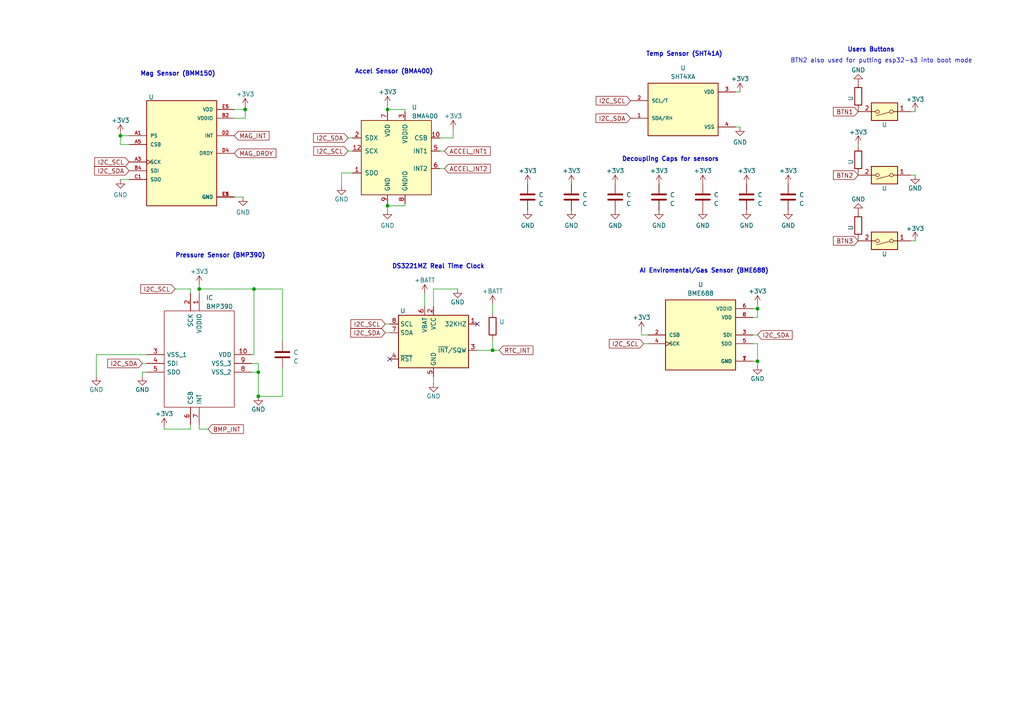
<source format=kicad_sch>
(kicad_sch (version 20220404) (generator eeschema)
  (paper "A4")
  (title_block (title "Watchy-Esp32-s3") (date "2022-12-10") (rev "V1.2") (company "MrT Stephens"))
  (lib_symbols
    (symbol "BME688:BME688" (pin_names (offset 1.016))
      (property "Reference" "U" (at -10.16 10.668 0))
      (property "Value" "BME688" (at -10.16 -12.7 0))
      (symbol "BME688_0_0"
        (rectangle (start -10.16 -10.16) (end 10.16 10.16) (stroke (width 0.254)) (fill (type background)))
        (pin power_in line (at 15.24 -7.62 180) (length 5.08) (name "GND") (number "1"))
        (pin input line (at -15.24 0 0) (length 5.08) (name "CSB") (number "2"))
        (pin bidirectional line (at 15.24 0 180) (length 5.08) (name "SDI") (number "3"))
        (pin input clock (at -15.24 -2.54 0) (length 5.08) (name "SCK") (number "4"))
        (pin bidirectional line (at 15.24 -2.54 180) (length 5.08) (name "SDO") (number "5"))
        (pin power_in line (at 15.24 7.62 180) (length 5.08) (name "VDDIO") (number "6"))
        (pin power_in line (at 15.24 -7.62 180) (length 5.08) (name "GND") (number "7"))
        (pin power_in line (at 15.24 5.08 180) (length 5.08) (name "VDD") (number "8"))
      )
    )
    (symbol "BMM150:BMM150" (pin_names (offset 1.016))
      (property "Reference" "U" (at -10.16 16.51 0))
      (property "Value" "BMM150" (at -10.16 -16.51 0))
      (symbol "BMM150_0_0"
        (rectangle (start -10.16 -15.24) (end 10.16 15.24) (stroke (width 0.254)) (fill (type background)))
        (pin input line (at -15.24 5.08 0) (length 5.08) (name "PS") (number "A1"))
        (pin input clock (at -15.24 -2.54 0) (length 5.08) (name "SCK") (number "A3"))
        (pin input line (at -15.24 2.54 0) (length 5.08) (name "CSB") (number "A5"))
        (pin power_in line (at 15.24 10.16 180) (length 5.08) (name "VDDIO") (number "B2"))
        (pin bidirectional line (at -15.24 -5.08 0) (length 5.08) (name "SDI") (number "B4"))
        (pin output line (at -15.24 -7.62 0) (length 5.08) (name "SDO") (number "C1"))
        (pin power_in line (at 15.24 -12.7 180) (length 5.08) (name "GND") (number "C5"))
        (pin output line (at 15.24 5.08 180) (length 5.08) (name "INT") (number "D2"))
        (pin output line (at 15.24 0 180) (length 5.08) (name "DRDY") (number "D4"))
        (pin power_in line (at 15.24 -12.7 180) (length 5.08) (name "GND") (number "E1"))
        (pin power_in line (at 15.24 -12.7 180) (length 5.08) (name "GND") (number "E3"))
        (pin power_in line (at 15.24 12.7 180) (length 5.08) (name "VDD") (number "E5"))
      )
    )
    (symbol "BMP390:BMP390" (pin_names (offset 0.762))
      (property "Reference" "IC" (at 26.67 17.78 0))
      (property "Value" "BMP390" (at 26.67 15.24 0))
      (symbol "BMP390_0_0"
        (pin passive line (at 15.24 17.78 270) (length 5.08) (name "VDDIO") (number "1"))
        (pin passive line (at 30.48 0 180) (length 5.08) (name "VDD") (number "10"))
        (pin passive line (at 12.7 17.78 270) (length 5.08) (name "SCK") (number "2"))
        (pin passive line (at 0 0 0) (length 5.08) (name "VSS_1") (number "3"))
        (pin passive line (at 0 -2.54 0) (length 5.08) (name "SDI") (number "4"))
        (pin passive line (at 0 -5.08 0) (length 5.08) (name "SDO") (number "5"))
        (pin passive line (at 12.7 -20.32 90) (length 5.08) (name "CSB") (number "6"))
        (pin passive line (at 15.24 -20.32 90) (length 5.08) (name "INT") (number "7"))
        (pin passive line (at 30.48 -5.08 180) (length 5.08) (name "VSS_2") (number "8"))
        (pin passive line (at 30.48 -2.54 180) (length 5.08) (name "VSS_3") (number "9"))
      )
      (symbol "BMP390_0_1"
        (polyline (pts (xy 5.08 12.7) (xy 25.4 12.7) (xy 25.4 -15.24) (xy 5.08 -15.24) (xy 5.08 12.7)) (stroke (width 0.1524)))
      )
    )
    (symbol "Device:C" (pin_numbers hide) (pin_names (offset 0.254))
      (property "Reference" "C" (at 0.635 2.54 0))
      (property "Value" "C" (at 0.635 -2.54 0))
      (symbol "C_0_1"
        (polyline (pts (xy -2.032 -0.762) (xy 2.032 -0.762)) (stroke (width 0.508)))
        (polyline (pts (xy -2.032 0.762) (xy 2.032 0.762)) (stroke (width 0.508)))
      )
      (symbol "C_1_1"
        (pin passive line (at 0 3.81 270) (length 2.794) (name "~") (number "1"))
        (pin passive line (at 0 -3.81 90) (length 2.794) (name "~") (number "2"))
      )
    )
    (symbol "Device:R" (pin_numbers hide) (pin_names (offset 0))
      (property "Reference" "R" (at 2.032 0 90))
      (property "Value" "R" (at 0 0 90))
      (symbol "R_0_1"
        (rectangle (start -1.016 -2.54) (end 1.016 2.54) (stroke (width 0.254)))
      )
      (symbol "R_1_1"
        (pin passive line (at 0 3.81 270) (length 1.27) (name "~") (number "1"))
        (pin passive line (at 0 -3.81 90) (length 1.27) (name "~") (number "2"))
      )
    )
    (symbol "SHT4XA:SHT4XA" (pin_names (offset 1.016))
      (property "Reference" "U" (at -10.16 8.89 0))
      (property "Value" "SHT4XA" (at -10.16 -10.16 0))
      (symbol "SHT4XA_0_0"
        (rectangle (start -10.16 -7.62) (end 10.16 7.62) (stroke (width 0.254)) (fill (type background)))
        (pin bidirectional line (at -15.24 -2.54 0) (length 5.08) (name "SDA/RH") (number "1"))
        (pin bidirectional line (at -15.24 2.54 0) (length 5.08) (name "SCL/T") (number "2"))
        (pin power_in line (at 15.24 5.08 180) (length 5.08) (name "VDD") (number "3"))
        (pin power_in line (at 15.24 -5.08 180) (length 5.08) (name "VSS") (number "4"))
      )
    )
    (symbol "Switch:SW_DIP_x01" (pin_names (offset 0) hide)
      (property "Reference" "SW" (at 0 3.81 0))
      (property "Value" "SW_DIP_x01" (at 0 -3.81 0))
      (symbol "SW_DIP_x01_0_0"
        (circle (center -2.032 0) (radius 0.508))
        (polyline (pts (xy -1.524 0.127) (xy 2.3622 1.1684)))
        (circle (center 2.032 0) (radius 0.508))
      )
      (symbol "SW_DIP_x01_0_1"
        (rectangle (start -3.81 2.54) (end 3.81 -2.54) (stroke (width 0.254)) (fill (type background)))
      )
      (symbol "SW_DIP_x01_1_1"
        (pin passive line (at -7.62 0 0) (length 5.08) (name "~") (number "1"))
        (pin passive line (at 7.62 0 180) (length 5.08) (name "~") (number "2"))
      )
    )
    (symbol "Timer_RTC:DS3231MZ"
      (property "Reference" "U" (at -7.62 8.89 0))
      (property "Value" "DS3231MZ" (at 11.43 8.89 0))
      (symbol "DS3231MZ_0_1"
        (rectangle (start -10.16 7.62) (end 10.16 -7.62) (stroke (width 0.254)) (fill (type background)))
      )
      (symbol "DS3231MZ_1_1"
        (pin open_collector line (at 12.7 5.08 180) (length 2.54) (name "32KHZ") (number "1"))
        (pin power_in line (at 0 10.16 270) (length 2.54) (name "VCC") (number "2"))
        (pin open_collector line (at 12.7 -2.54 180) (length 2.54) (name "~{INT}/SQW") (number "3"))
        (pin bidirectional line (at -12.7 -5.08 0) (length 2.54) (name "~{RST}") (number "4"))
        (pin power_in line (at 0 -10.16 90) (length 2.54) (name "GND") (number "5"))
        (pin power_in line (at -2.54 10.16 270) (length 2.54) (name "VBAT") (number "6"))
        (pin bidirectional line (at -12.7 2.54 0) (length 2.54) (name "SDA") (number "7"))
        (pin input line (at -12.7 5.08 0) (length 2.54) (name "SCL") (number "8"))
      )
    )
    (symbol "osw:BMA400" (pin_names (offset 1.016))
      (property "Reference" "U" (at -8.89 12.7 0))
      (property "Value" "BMA400" (at 7.62 12.7 0))
      (symbol "BMA400_0_0"
        (pin bidirectional line (at -12.7 -3.81 0) (length 2.54) (name "SDO") (number "1"))
        (pin input line (at 12.7 6.35 180) (length 2.54) (name "CSB") (number "10"))
        (pin no_connect line (at 10.16 -6.35 180) (length 2.54) hide (name "NC") (number "11"))
        (pin input line (at -12.7 2.54 0) (length 2.54) (name "SCX") (number "12"))
        (pin bidirectional line (at -12.7 6.35 0) (length 2.54) (name "SDX") (number "2"))
        (pin power_in line (at 2.54 13.97 270) (length 2.54) (name "VDDIO") (number "3"))
        (pin no_connect line (at 10.16 -8.89 180) (length 2.54) hide (name "NC") (number "4"))
        (pin output line (at 12.7 2.54 180) (length 2.54) (name "INT1") (number "5"))
        (pin output line (at 12.7 -2.54 180) (length 2.54) (name "INT2") (number "6"))
        (pin power_in line (at -2.54 13.97 270) (length 2.54) (name "VDD") (number "7"))
        (pin power_in line (at 2.54 -12.7 90) (length 2.54) (name "GNDIO") (number "8"))
        (pin power_in line (at -2.54 -12.7 90) (length 2.54) (name "GND") (number "9"))
      )
      (symbol "BMA400_0_1"
        (rectangle (start -10.16 11.43) (end 10.16 -10.16) (stroke (width 0.2032)) (fill (type background)))
      )
    )
    (symbol "power:+3V3" (power) (pin_names (offset 0))
      (property "Value" "+3V3" (at 0 3.556 0))
      (symbol "+3V3_0_1"
        (polyline (pts (xy -0.762 1.27) (xy 0 2.54)))
        (polyline (pts (xy 0 0) (xy 0 2.54)))
        (polyline (pts (xy 0 2.54) (xy 0.762 1.27)))
      )
      (symbol "+3V3_1_1"
        (pin power_in line (at 0 0 90) (length 0) hide (name "+3V3") (number "1"))
      )
    )
    (symbol "power:+BATT" (power) (pin_names (offset 0))
      (property "Value" "+BATT" (at 0 3.556 0))
      (symbol "+BATT_0_1"
        (polyline (pts (xy -0.762 1.27) (xy 0 2.54)))
        (polyline (pts (xy 0 0) (xy 0 2.54)))
        (polyline (pts (xy 0 2.54) (xy 0.762 1.27)))
      )
      (symbol "+BATT_1_1"
        (pin power_in line (at 0 0 90) (length 0) hide (name "+BATT") (number "1"))
      )
    )
    (symbol "power:GND" (power) (pin_names (offset 0))
      (property "Value" "GND" (at 0 -3.81 0))
      (symbol "GND_0_1"
        (polyline (pts (xy 0 0) (xy 0 -1.27) (xy 1.27 -1.27) (xy 0 -2.54) (xy -1.27 -1.27) (xy 0 -1.27)))
      )
      (symbol "GND_1_1"
        (pin power_in line (at 0 0 270) (length 0) hide (name "GND") (number "1"))
      )
    )
  )
  (junction (at 34.925 39.37))
  (junction (at 74.93 114.935))
  (junction (at 112.395 31.75))
  (junction (at 219.71 89.535))
  (junction (at 57.785 83.82))
  (junction (at 71.12 31.75))
  (junction (at 219.71 104.775))
  (junction (at 74.93 107.95))
  (junction (at 142.875 101.6))
  (junction (at 112.395 59.69))
  (junction (at 73.66 83.82))
  (no_connect (at 113.03 104.14))
  (no_connect (at 138.43 93.98))
  (wire (pts (xy 214.63 36.83) (xy 213.36 36.83)))
  (wire (pts (xy 57.785 83.82) (xy 57.785 85.09)))
  (wire (pts (xy 55.245 83.82) (xy 50.8 83.82)))
  (wire (pts (xy 111.76 93.98) (xy 113.03 93.98)))
  (wire (pts (xy 27.94 109.22) (xy 27.94 102.87)))
  (wire (pts (xy 47.625 124.46) (xy 55.245 124.46)))
  (wire (pts (xy 218.44 99.695) (xy 219.71 99.695)))
  (wire (pts (xy 34.925 52.07) (xy 37.465 52.07)))
  (wire (pts (xy 73.025 102.87) (xy 73.66 102.87)))
  (wire (pts (xy 142.875 101.6) (xy 144.78 101.6)))
  (wire (pts (xy 34.925 38.735) (xy 34.925 39.37)))
  (wire (pts (xy 57.785 123.19) (xy 57.785 124.46)))
  (wire (pts (xy 112.395 31.75) (xy 112.395 32.385)))
  (wire (pts (xy 265.43 69.85) (xy 264.16 69.85)))
  (wire (pts (xy 131.445 37.465) (xy 131.445 40.005)))
  (wire (pts (xy 112.395 30.48) (xy 112.395 31.75)))
  (wire (pts (xy 265.43 50.8) (xy 264.16 50.8)))
  (wire (pts (xy 74.93 114.935) (xy 74.93 107.95)))
  (wire (pts (xy 131.445 40.005) (xy 127.635 40.005)))
  (wire (pts (xy 100.965 40.005) (xy 102.235 40.005)))
  (wire (pts (xy 81.915 99.06) (xy 81.915 83.82)))
  (wire (pts (xy 99.06 53.975) (xy 99.06 50.165)))
  (wire (pts (xy 34.925 41.91) (xy 34.925 39.37)))
  (wire (pts (xy 41.275 105.41) (xy 42.545 105.41)))
  (wire (pts (xy 219.71 97.155) (xy 218.44 97.155)))
  (wire (pts (xy 81.915 83.82) (xy 73.66 83.82)))
  (wire (pts (xy 214.63 26.67) (xy 213.36 26.67)))
  (wire (pts (xy 248.92 41.91) (xy 248.92 42.545)))
  (wire (pts (xy 219.71 99.695) (xy 219.71 104.775)))
  (wire (pts (xy 34.925 39.37) (xy 37.465 39.37)))
  (wire (pts (xy 219.71 92.075) (xy 219.71 89.535)))
  (wire (pts (xy 74.93 105.41) (xy 74.93 107.95)))
  (wire (pts (xy 218.44 92.075) (xy 219.71 92.075)))
  (wire (pts (xy 112.395 59.055) (xy 112.395 59.69)))
  (wire (pts (xy 219.71 89.535) (xy 218.44 89.535)))
  (wire (pts (xy 219.71 106.045) (xy 219.71 104.775)))
  (wire (pts (xy 117.475 32.385) (xy 117.475 31.75)))
  (wire (pts (xy 125.73 83.82) (xy 125.73 88.9)))
  (wire (pts (xy 248.92 50.165) (xy 248.92 50.8)))
  (wire (pts (xy 73.66 83.82) (xy 73.66 102.87)))
  (wire (pts (xy 128.905 48.895) (xy 127.635 48.895)))
  (wire (pts (xy 57.785 124.46) (xy 60.325 124.46)))
  (wire (pts (xy 47.625 123.825) (xy 47.625 124.46)))
  (wire (pts (xy 55.245 123.19) (xy 55.245 124.46)))
  (wire (pts (xy 112.395 59.69) (xy 112.395 60.96)))
  (wire (pts (xy 219.71 88.265) (xy 219.71 89.535)))
  (wire (pts (xy 128.905 43.815) (xy 127.635 43.815)))
  (wire (pts (xy 248.92 31.75) (xy 248.92 32.385)))
  (wire (pts (xy 265.43 32.385) (xy 264.16 32.385)))
  (wire (pts (xy 123.19 85.09) (xy 123.19 88.9)))
  (wire (pts (xy 57.785 83.82) (xy 73.66 83.82)))
  (wire (pts (xy 67.945 34.29) (xy 71.12 34.29)))
  (wire (pts (xy 142.875 88.265) (xy 142.875 90.805)))
  (wire (pts (xy 41.275 107.95) (xy 42.545 107.95)))
  (wire (pts (xy 71.12 31.115) (xy 71.12 31.75)))
  (wire (pts (xy 142.875 98.425) (xy 142.875 101.6)))
  (wire (pts (xy 81.915 106.68) (xy 81.915 114.935)))
  (wire (pts (xy 117.475 31.75) (xy 112.395 31.75)))
  (wire (pts (xy 74.93 107.95) (xy 73.025 107.95)))
  (wire (pts (xy 55.245 85.09) (xy 55.245 83.82)))
  (wire (pts (xy 117.475 59.055) (xy 117.475 59.69)))
  (wire (pts (xy 187.96 97.155) (xy 186.055 97.155)))
  (wire (pts (xy 71.12 34.29) (xy 71.12 31.75)))
  (wire (pts (xy 219.71 104.775) (xy 218.44 104.775)))
  (wire (pts (xy 186.69 99.695) (xy 187.96 99.695)))
  (wire (pts (xy 125.73 111.125) (xy 125.73 109.22)))
  (wire (pts (xy 34.925 41.91) (xy 37.465 41.91)))
  (wire (pts (xy 73.025 105.41) (xy 74.93 105.41)))
  (wire (pts (xy 27.94 102.87) (xy 42.545 102.87)))
  (wire (pts (xy 41.275 109.22) (xy 41.275 107.95)))
  (wire (pts (xy 67.945 57.15) (xy 70.485 57.15)))
  (wire (pts (xy 81.915 114.935) (xy 74.93 114.935)))
  (wire (pts (xy 111.76 96.52) (xy 113.03 96.52)))
  (wire (pts (xy 248.92 69.215) (xy 248.92 69.85)))
  (wire (pts (xy 112.395 59.69) (xy 117.475 59.69)))
  (wire (pts (xy 138.43 101.6) (xy 142.875 101.6)))
  (wire (pts (xy 186.055 97.155) (xy 186.055 95.885)))
  (wire (pts (xy 67.945 31.75) (xy 71.12 31.75)))
  (wire (pts (xy 132.715 83.82) (xy 125.73 83.82)))
  (wire (pts (xy 100.965 43.815) (xy 102.235 43.815)))
  (wire (pts (xy 99.06 50.165) (xy 102.235 50.165)))
  (wire (pts (xy 57.785 82.55) (xy 57.785 83.82)))
  (text "Pressure Sensor (BMP390)" (at 50.8 74.93 0) (effects (font (size 1.27 1.27) bold) (justify left bottom)))
  (text "AI Enviromental/Gas Sensor (BME688)" (at 185.42 79.375 0) (effects (font (size 1.27 1.27) bold) (justify left bottom)))
  (text "Accel Sensor (BMA400)" (at 102.87 21.59 0) (effects (font (size 1.27 1.27) bold) (justify left bottom)))
  (text "Users Buttons" (at 245.745 15.24 0) (effects (font (size 1.27 1.27) bold) (justify left bottom)))
  (text "DS3221MZ Real Time Clock" (at 113.665 78.105 0) (effects (font (size 1.27 1.27) bold) (justify left bottom)))
  (text "Mag Sensor (BMM150)" (at 40.64 22.225 0) (effects (font (size 1.27 1.27) (thickness 0.254) bold) (justify left bottom)))
  (text "Temp Sensor (SHT41A)" (at 187.325 16.51 0) (effects (font (size 1.27 1.27) bold) (justify left bottom)))
  (text "Decoupling Caps for sensors" (at 180.34 46.99 0) (effects (font (size 1.27 1.27) bold) (justify left bottom)))
  (text "BTN2 also used for putting esp32-s3 into boot mode" (at 229.235 18.415 0) (effects (font (size 1.27 1.27)) (justify left bottom)))
  (global_label "I2C_SCL" (shape input) (at 37.465 46.99 180) (property "Intersheetrefs" "${INTERSHEET_REFS}" (effects hide)))
  (global_label "BMP_INT" (shape input) (at 60.325 124.46 0) (property "Intersheetrefs" "${INTERSHEET_REFS}" (effects hide)))
  (global_label "I2C_SCL" (shape input) (at 111.76 93.98 180) (property "Intersheetrefs" "${INTERSHEET_REFS}" (effects hide)))
  (global_label "I2C_SDA" (shape input) (at 37.465 49.53 180) (property "Intersheetrefs" "${INTERSHEET_REFS}" (effects hide)))
  (global_label "I2C_SDA" (shape input) (at 111.76 96.52 180) (property "Intersheetrefs" "${INTERSHEET_REFS}" (effects hide)))
  (global_label "RTC_INT" (shape input) (at 144.78 101.6 0) (property "Intersheetrefs" "${INTERSHEET_REFS}" (effects hide)))
  (global_label "BTN3" (shape input) (at 248.92 69.85 180) (property "Intersheetrefs" "${INTERSHEET_REFS}" (effects hide)))
  (global_label "I2C_SCL" (shape input) (at 182.88 29.21 180) (property "Intersheetrefs" "${INTERSHEET_REFS}" (effects hide)))
  (global_label "I2C_SDA" (shape input) (at 182.88 34.29 180) (property "Intersheetrefs" "${INTERSHEET_REFS}" (effects hide)))
  (global_label "MAG_DRDY" (shape input) (at 67.945 44.45 0) (property "Intersheetrefs" "${INTERSHEET_REFS}" (effects hide)))
  (global_label "BTN1" (shape input) (at 248.92 32.385 180) (property "Intersheetrefs" "${INTERSHEET_REFS}" (effects hide)))
  (global_label "BTN2" (shape input) (at 248.92 50.8 180) (property "Intersheetrefs" "${INTERSHEET_REFS}" (effects hide)))
  (global_label "I2C_SCL" (shape input) (at 50.8 83.82 180) (property "Intersheetrefs" "${INTERSHEET_REFS}" (effects hide)))
  (global_label "MAG_INT" (shape input) (at 67.945 39.37 0) (property "Intersheetrefs" "${INTERSHEET_REFS}" (effects hide)))
  (global_label "I2C_SCL" (shape input) (at 186.69 99.695 180) (property "Intersheetrefs" "${INTERSHEET_REFS}" (effects hide)))
  (global_label "ACCEL_INT2" (shape input) (at 128.905 48.895 0) (property "Intersheetrefs" "${INTERSHEET_REFS}" (effects hide)))
  (global_label "I2C_SCL" (shape input) (at 100.965 43.815 180) (property "Intersheetrefs" "${INTERSHEET_REFS}" (effects hide)))
  (global_label "ACCEL_INT1" (shape input) (at 128.905 43.815 0) (property "Intersheetrefs" "${INTERSHEET_REFS}" (effects hide)))
  (global_label "I2C_SDA" (shape input) (at 219.71 97.155 0) (property "Intersheetrefs" "${INTERSHEET_REFS}" (effects hide)))
  (global_label "I2C_SDA" (shape input) (at 41.275 105.41 180) (property "Intersheetrefs" "${INTERSHEET_REFS}" (effects hide)))
  (global_label "I2C_SDA" (shape input) (at 100.965 40.005 180) (property "Intersheetrefs" "${INTERSHEET_REFS}" (effects hide)))
  (symbol (lib_id "power:+3V3") (at 228.6 53.34 0) (unit 1)
    (default_instance (reference "#PWR") (unit 1) (value "+3V3") (footprint ""))
    (property "Reference" "#PWR" (effects hide))
    (property "Value" "+3V3" (at 228.6 49.53 0))
  )
  (symbol (lib_id "power:GND") (at 112.395 60.96 0) (unit 1)
    (default_instance (reference "#PWR") (unit 1) (value "GND") (footprint ""))
    (property "Reference" "#PWR" (effects hide))
    (property "Value" "GND" (at 112.395 65.405 0))
  )
  (symbol (lib_id "power:+3V3") (at 47.625 123.825 0) (unit 1)
    (default_instance (reference "#PWR") (unit 1) (value "+3V3") (footprint ""))
    (property "Reference" "#PWR" (effects hide))
    (property "Value" "+3V3" (at 47.625 120.015 0))
  )
  (symbol (lib_id "Device:C") (at 216.535 57.15 0) (unit 1)
    (default_instance (reference "C") (unit 1) (value "C") (footprint ""))
    (property "Reference" "C" (at 219.71 56.515 0) (effects (justify left)))
    (property "Value" "C" (at 219.71 59.055 0) (effects (justify left)))
  )
  (symbol (lib_id "power:+3V3") (at 131.445 37.465 0) (unit 1)
    (default_instance (reference "#PWR") (unit 1) (value "+3V3") (footprint ""))
    (property "Reference" "#PWR" (effects hide))
    (property "Value" "+3V3" (at 131.445 33.655 0))
  )
  (symbol (lib_id "BMM150:BMM150") (at 52.705 44.45 0) (unit 1)
    (default_instance (reference "U") (unit 1) (value "") (footprint ""))
    (property "Reference" "U" (at 43.815 28.194 0))
    (property "MP" "BMM150" (effects hide))
    (property "AVAILABILITY" "Unavailable" (effects hide))
    (property "PRICE" "None" (effects hide))
    (property "DESCRIPTION" "BMM150 Series 3.6 V Surface Mount Three-Axis Geomagnetic Sensor - WLCSP-12" (effects hide))
    (property "MF" "Bosch Sensortec" (effects hide))
    (property "PACKAGE" "WLCSP-12 Bosch" (effects hide))
  )
  (symbol (lib_id "Switch:SW_DIP_x01") (at 256.54 32.385 180) (unit 1)
    (default_instance (reference "U") (unit 1) (value "") (footprint ""))
    (property "Reference" "U" (at 256.54 36.195 0))
  )
  (symbol (lib_id "power:GND") (at 216.535 60.96 0) (unit 1)
    (default_instance (reference "#PWR") (unit 1) (value "GND") (footprint ""))
    (property "Reference" "#PWR" (effects hide))
    (property "Value" "GND" (at 216.535 65.405 0))
  )
  (symbol (lib_id "power:GND") (at 265.43 50.8 0) (unit 1)
    (default_instance (reference "U") (unit 1) (value "") (footprint ""))
    (property "Reference" "U" (effects hide))
  )
  (symbol (lib_id "power:GND") (at 153.035 60.96 0) (unit 1)
    (default_instance (reference "#PWR") (unit 1) (value "GND") (footprint ""))
    (property "Reference" "#PWR" (effects hide))
    (property "Value" "GND" (at 153.035 65.405 0))
  )
  (symbol (lib_id "SHT4XA:SHT4XA") (at 198.12 31.75 0) (unit 1)
    (default_instance (reference "U") (unit 1) (value "SHT4XA") (footprint "SHT4XA"))
    (property "Reference" "U" (at 198.12 19.685 0))
    (property "Value" "SHT4XA" (at 198.12 22.225 0))
    (property "Footprint" "SHT4XA" (effects hide))
  )
  (symbol (lib_id "Device:R") (at 248.92 65.405 0) (unit 1)
    (default_instance (reference "U") (unit 1) (value "") (footprint ""))
    (property "Reference" "U" (at 246.761 66.802 90) (effects (justify left)))
  )
  (symbol (lib_id "power:+3V3") (at 186.055 95.885 0) (unit 1)
    (default_instance (reference "#PWR") (unit 1) (value "+3V3") (footprint ""))
    (property "Reference" "#PWR" (effects hide))
    (property "Value" "+3V3" (at 186.055 92.075 0))
  )
  (symbol (lib_id "power:GND") (at 125.73 111.125 0) (unit 1)
    (default_instance (reference "U") (unit 1) (value "") (footprint ""))
    (property "Reference" "U" (effects hide))
  )
  (symbol (lib_id "power:GND") (at 41.275 109.22 0) (unit 1)
    (default_instance (reference "#PWR") (unit 1) (value "GND") (footprint ""))
    (property "Reference" "#PWR" (effects hide))
    (property "Value" "GND" (at 41.275 113.03 0))
  )
  (symbol (lib_id "power:+3V3") (at 34.925 38.735 0) (unit 1)
    (default_instance (reference "#PWR") (unit 1) (value "+3V3") (footprint ""))
    (property "Reference" "#PWR" (effects hide))
    (property "Value" "+3V3" (at 34.925 34.925 0))
  )
  (symbol (lib_id "Device:C") (at 203.835 57.15 0) (unit 1)
    (default_instance (reference "C") (unit 1) (value "C") (footprint ""))
    (property "Reference" "C" (at 207.01 56.515 0) (effects (justify left)))
    (property "Value" "C" (at 207.01 59.055 0) (effects (justify left)))
  )
  (symbol (lib_id "BME688:BME688") (at 203.2 97.155 0) (unit 1)
    (default_instance (reference "U") (unit 1) (value "BME688") (footprint "IC_BME688"))
    (property "Reference" "U" (at 203.2 82.55 0))
    (property "Value" "BME688" (at 203.2 85.09 0))
    (property "Footprint" "IC_BME688" (effects hide))
    (property "PARTREV" "1.0" (effects hide))
    (property "MANUFACTURER" "BOSCH" (effects hide))
    (property "MAXIMUM_PACKAGE_HEIGHT" "1.0 mm" (effects hide))
    (property "STANDARD" "Manufacturer recommendations" (effects hide))
  )
  (symbol (lib_id "power:+3V3") (at 265.43 69.85 0) (unit 1)
    (default_instance (reference "U") (unit 1) (value "") (footprint ""))
    (property "Reference" "U" (effects hide))
  )
  (symbol (lib_id "power:GND") (at 228.6 60.96 0) (unit 1)
    (default_instance (reference "#PWR") (unit 1) (value "GND") (footprint ""))
    (property "Reference" "#PWR" (effects hide))
    (property "Value" "GND" (at 228.6 65.405 0))
  )
  (symbol (lib_id "power:+3V3") (at 57.785 82.55 0) (unit 1)
    (default_instance (reference "#PWR") (unit 1) (value "+3V3") (footprint ""))
    (property "Reference" "#PWR" (effects hide))
    (property "Value" "+3V3" (at 57.785 78.74 0))
  )
  (symbol (lib_id "power:+3V3") (at 165.735 53.34 0) (unit 1)
    (default_instance (reference "#PWR") (unit 1) (value "+3V3") (footprint ""))
    (property "Reference" "#PWR" (effects hide))
    (property "Value" "+3V3" (at 165.735 49.53 0))
  )
  (symbol (lib_id "power:GND") (at 132.715 83.82 0) (unit 1)
    (default_instance (reference "U") (unit 1) (value "") (footprint ""))
    (property "Reference" "U" (effects hide))
  )
  (symbol (lib_id "Device:C") (at 81.915 102.87 0) (unit 1)
    (default_instance (reference "C") (unit 1) (value "C") (footprint ""))
    (property "Reference" "C" (at 85.09 102.235 0) (effects (justify left)))
    (property "Value" "C" (at 85.09 104.775 0) (effects (justify left)))
  )
  (symbol (lib_id "Device:C") (at 178.435 57.15 0) (unit 1)
    (default_instance (reference "C") (unit 1) (value "C") (footprint ""))
    (property "Reference" "C" (at 181.61 56.515 0) (effects (justify left)))
    (property "Value" "C" (at 181.61 59.055 0) (effects (justify left)))
  )
  (symbol (lib_id "power:+3V3") (at 153.035 53.34 0) (unit 1)
    (default_instance (reference "#PWR") (unit 1) (value "+3V3") (footprint ""))
    (property "Reference" "#PWR" (effects hide))
    (property "Value" "+3V3" (at 153.035 49.53 0))
  )
  (symbol (lib_id "power:+3V3") (at 178.435 53.34 0) (unit 1)
    (default_instance (reference "#PWR") (unit 1) (value "+3V3") (footprint ""))
    (property "Reference" "#PWR" (effects hide))
    (property "Value" "+3V3" (at 178.435 49.53 0))
  )
  (symbol (lib_id "power:GND") (at 34.925 52.07 0) (unit 1)
    (default_instance (reference "#PWR") (unit 1) (value "GND") (footprint ""))
    (property "Reference" "#PWR" (effects hide))
    (property "Value" "GND" (at 34.925 56.515 0))
  )
  (symbol (lib_id "Switch:SW_DIP_x01") (at 256.54 69.85 180) (unit 1)
    (default_instance (reference "U") (unit 1) (value "") (footprint ""))
    (property "Reference" "U" (at 256.54 73.66 0))
  )
  (symbol (lib_id "power:+3V3") (at 214.63 26.67 0) (unit 1)
    (default_instance (reference "#PWR") (unit 1) (value "+3V3") (footprint ""))
    (property "Reference" "#PWR" (effects hide))
    (property "Value" "+3V3" (at 214.63 22.86 0))
  )
  (symbol (lib_id "power:+3V3") (at 219.71 88.265 0) (unit 1)
    (default_instance (reference "#PWR") (unit 1) (value "+3V3") (footprint ""))
    (property "Reference" "#PWR" (effects hide))
    (property "Value" "+3V3" (at 219.71 84.455 0))
  )
  (symbol (lib_id "power:+3V3") (at 265.43 32.385 0) (unit 1)
    (default_instance (reference "U") (unit 1) (value "") (footprint ""))
    (property "Reference" "U" (effects hide))
  )
  (symbol (lib_id "power:GND") (at 70.485 57.15 0) (unit 1)
    (default_instance (reference "#PWR") (unit 1) (value "GND") (footprint ""))
    (property "Reference" "#PWR" (effects hide))
    (property "Value" "GND" (at 70.485 61.595 0))
  )
  (symbol (lib_id "power:+BATT") (at 142.875 88.265 0) (unit 1)
    (default_instance (reference "#PWR") (unit 1) (value "+BATT") (footprint ""))
    (property "Reference" "#PWR" (effects hide))
    (property "Value" "+BATT" (at 142.875 84.455 0))
  )
  (symbol (lib_id "Device:R") (at 248.92 46.355 0) (unit 1)
    (default_instance (reference "U") (unit 1) (value "") (footprint ""))
    (property "Reference" "U" (at 246.761 47.752 90) (effects (justify left)))
  )
  (symbol (lib_id "power:+BATT") (at 123.19 85.09 0) (unit 1)
    (default_instance (reference "#PWR") (unit 1) (value "+BATT") (footprint ""))
    (property "Reference" "#PWR" (effects hide))
    (property "Value" "+BATT" (at 123.19 81.28 0))
  )
  (symbol (lib_id "power:GND") (at 203.835 60.96 0) (unit 1)
    (default_instance (reference "#PWR") (unit 1) (value "GND") (footprint ""))
    (property "Reference" "#PWR" (effects hide))
    (property "Value" "GND" (at 203.835 65.405 0))
  )
  (symbol (lib_id "BMP390:BMP390") (at 42.545 102.87 0) (unit 1)
    (default_instance (reference "IC") (unit 1) (value "BMP390") (footprint "BMP390"))
    (property "Reference" "IC" (at 59.7409 86.36 0) (effects (justify left)))
    (property "Value" "BMP390" (at 59.7409 88.9 0) (effects (justify left)))
    (property "Footprint" "BMP390" (effects hide))
    (property "Datasheet" "https://www.bosch-sensortec.com/media/boschsensortec/downloads/datasheets/bst-bmp390-ds002.pdf" (effects hide))
    (property "Description" "Board Mount Pressure Sensors" (effects hide))
    (property "Height" "0.8" (effects hide))
    (property "Manufacturer_Name" "Bosch Sensortec" (effects hide))
    (property "Manufacturer_Part_Number" "BMP390" (effects hide))
    (property "Mouser Part Number" "262-BMP390" (effects hide))
    (property "Mouser Price/Stock" "https://www.mouser.co.uk/ProductDetail/Bosch-Sensortec/BMP390?qs=QNEnbhJQKvYQVfvRMgo2YA%3D%3D" (effects hide))
    (property "Arrow Part Number" "BMP390" (effects hide))
    (property "Arrow Price/Stock" "https://www.arrow.com/en/products/bmp390/bosch?region=nac" (effects hide))
  )
  (symbol (lib_id "Device:R") (at 248.92 27.94 0) (unit 1)
    (default_instance (reference "U") (unit 1) (value "") (footprint ""))
    (property "Reference" "U" (at 246.761 29.337 90) (effects (justify left)))
  )
  (symbol (lib_id "power:GND") (at 248.92 24.13 180) (unit 1)
    (default_instance (reference "U") (unit 1) (value "") (footprint ""))
    (property "Reference" "U" (effects hide))
  )
  (symbol (lib_id "power:GND") (at 99.06 53.975 0) (unit 1)
    (default_instance (reference "#PWR") (unit 1) (value "GND") (footprint ""))
    (property "Reference" "#PWR" (effects hide))
    (property "Value" "GND" (at 99.06 57.785 0))
  )
  (symbol (lib_id "power:+3V3") (at 203.835 53.34 0) (unit 1)
    (default_instance (reference "#PWR") (unit 1) (value "+3V3") (footprint ""))
    (property "Reference" "#PWR" (effects hide))
    (property "Value" "+3V3" (at 203.835 49.53 0))
  )
  (symbol (lib_id "power:+3V3") (at 71.12 31.115 0) (unit 1)
    (default_instance (reference "#PWR") (unit 1) (value "+3V3") (footprint ""))
    (property "Reference" "#PWR" (effects hide))
    (property "Value" "+3V3" (at 71.12 27.305 0))
  )
  (symbol (lib_id "power:GND") (at 219.71 106.045 0) (unit 1)
    (default_instance (reference "U") (unit 1) (value "") (footprint ""))
    (property "Reference" "U" (effects hide))
  )
  (symbol (lib_id "power:GND") (at 27.94 109.22 0) (unit 1)
    (default_instance (reference "#PWR") (unit 1) (value "GND") (footprint ""))
    (property "Reference" "#PWR" (effects hide))
    (property "Value" "GND" (at 27.94 113.03 0))
  )
  (symbol (lib_id "power:+3V3") (at 248.92 41.91 0) (unit 1)
    (default_instance (reference "U") (unit 1) (value "") (footprint ""))
    (property "Reference" "U" (effects hide))
  )
  (symbol (lib_id "power:+3V3") (at 216.535 53.34 0) (unit 1)
    (default_instance (reference "#PWR") (unit 1) (value "+3V3") (footprint ""))
    (property "Reference" "#PWR" (effects hide))
    (property "Value" "+3V3" (at 216.535 49.53 0))
  )
  (symbol (lib_id "Timer_RTC:DS3231MZ") (at 125.73 99.06 0) (unit 1)
    (default_instance (reference "U") (unit 1) (value "") (footprint ""))
    (property "Reference" "U" (at 116.84 90.17 0))
    (property "Datasheet" "http://datasheets.maximintegrated.com/en/ds/DS3231M.pdf" (effects hide))
  )
  (symbol (lib_id "power:GND") (at 248.92 61.595 180) (unit 1)
    (default_instance (reference "U") (unit 1) (value "") (footprint ""))
    (property "Reference" "U" (effects hide))
  )
  (symbol (lib_id "power:+3V3") (at 191.135 53.34 0) (unit 1)
    (default_instance (reference "#PWR") (unit 1) (value "+3V3") (footprint ""))
    (property "Reference" "#PWR" (effects hide))
    (property "Value" "+3V3" (at 191.135 49.53 0))
  )
  (symbol (lib_id "Device:R") (at 142.875 94.615 0) (unit 1)
    (default_instance (reference "U") (unit 1) (value "") (footprint ""))
    (property "Reference" "U" (at 144.78 93.345 0) (effects (justify left)))
  )
  (symbol (lib_id "power:+3V3") (at 112.395 30.48 0) (unit 1)
    (default_instance (reference "#PWR") (unit 1) (value "+3V3") (footprint ""))
    (property "Reference" "#PWR" (effects hide))
    (property "Value" "+3V3" (at 112.395 26.67 0))
  )
  (symbol (lib_id "power:GND") (at 178.435 60.96 0) (unit 1)
    (default_instance (reference "#PWR") (unit 1) (value "GND") (footprint ""))
    (property "Reference" "#PWR" (effects hide))
    (property "Value" "GND" (at 178.435 65.405 0))
  )
  (symbol (lib_id "power:GND") (at 165.735 60.96 0) (unit 1)
    (default_instance (reference "#PWR") (unit 1) (value "GND") (footprint ""))
    (property "Reference" "#PWR" (effects hide))
    (property "Value" "GND" (at 165.735 65.405 0))
  )
  (symbol (lib_id "power:GND") (at 191.135 60.96 0) (unit 1)
    (default_instance (reference "#PWR") (unit 1) (value "GND") (footprint ""))
    (property "Reference" "#PWR" (effects hide))
    (property "Value" "GND" (at 191.135 65.405 0))
  )
  (symbol (lib_id "power:GND") (at 74.93 114.935 0) (unit 1)
    (default_instance (reference "#PWR") (unit 1) (value "GND") (footprint ""))
    (property "Reference" "#PWR" (effects hide))
    (property "Value" "GND" (at 74.93 118.745 0))
  )
  (symbol (lib_id "Device:C") (at 228.6 57.15 0) (unit 1)
    (default_instance (reference "C") (unit 1) (value "C") (footprint ""))
    (property "Reference" "C" (at 231.775 56.515 0) (effects (justify left)))
    (property "Value" "C" (at 231.775 59.055 0) (effects (justify left)))
  )
  (symbol (lib_id "Switch:SW_DIP_x01") (at 256.54 50.8 180) (unit 1)
    (default_instance (reference "U") (unit 1) (value "") (footprint ""))
    (property "Reference" "U" (at 256.54 54.61 0))
  )
  (symbol (lib_id "Device:C") (at 191.135 57.15 0) (unit 1)
    (default_instance (reference "C") (unit 1) (value "C") (footprint ""))
    (property "Reference" "C" (at 194.31 56.515 0) (effects (justify left)))
    (property "Value" "C" (at 194.31 59.055 0) (effects (justify left)))
  )
  (symbol (lib_id "osw:BMA400") (at 114.935 46.355 0) (unit 1)
    (default_instance (reference "U") (unit 1) (value "BMA400") (footprint "open-Smartwatch:LGA-12_2x2mm_P0.5mm"))
    (property "Reference" "U" (at 119.4309 31.115 0) (effects (justify left)))
    (property "Value" "BMA400" (at 119.4309 33.655 0) (effects (justify left)))
    (property "Footprint" "open-Smartwatch:LGA-12_2x2mm_P0.5mm" (effects hide))
    (property "DigiKey_PN" "828-1081-1-ND" (effects hide))
    (property "Manufacturer" "Bosch Sensortec" (effects hide))
    (property "MPN" "BMA400" (effects hide))
  )
  (symbol (lib_id "power:GND") (at 214.63 36.83 0) (unit 1)
    (default_instance (reference "#PWR") (unit 1) (value "GND") (footprint ""))
    (property "Reference" "#PWR" (effects hide))
    (property "Value" "GND" (at 214.63 41.275 0))
  )
  (symbol (lib_id "Device:C") (at 153.035 57.15 0) (unit 1)
    (default_instance (reference "C") (unit 1) (value "C") (footprint ""))
    (property "Reference" "C" (at 156.21 56.515 0) (effects (justify left)))
    (property "Value" "C" (at 156.21 59.055 0) (effects (justify left)))
  )
  (symbol (lib_id "Device:C") (at 165.735 57.15 0) (unit 1)
    (default_instance (reference "C") (unit 1) (value "C") (footprint ""))
    (property "Reference" "C" (at 168.91 56.515 0) (effects (justify left)))
    (property "Value" "C" (at 168.91 59.055 0) (effects (justify left)))
  )
)
</source>
